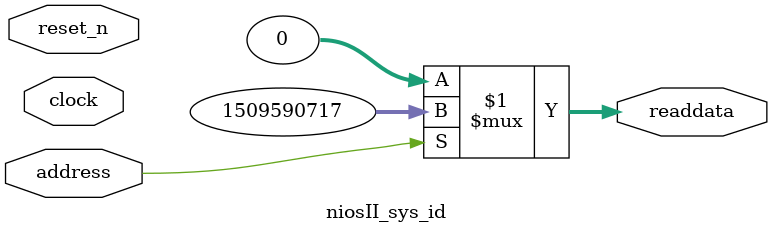
<source format=v>



// synthesis translate_off
`timescale 1ns / 1ps
// synthesis translate_on

// turn off superfluous verilog processor warnings 
// altera message_level Level1 
// altera message_off 10034 10035 10036 10037 10230 10240 10030 

module niosII_sys_id (
               // inputs:
                address,
                clock,
                reset_n,

               // outputs:
                readdata
             )
;

  output  [ 31: 0] readdata;
  input            address;
  input            clock;
  input            reset_n;

  wire    [ 31: 0] readdata;
  //control_slave, which is an e_avalon_slave
  assign readdata = address ? 1509590717 : 0;

endmodule



</source>
